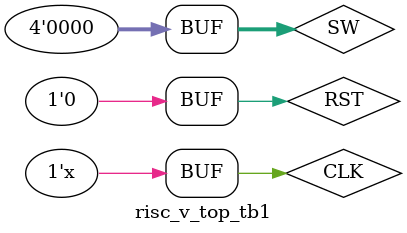
<source format=v>
module risc_v_top_tb1();

// 上位変数
reg CLK;
reg RST;
reg  [3:0] SW;
wire [6:0] HEX0;
wire [31:0] PC;
wire [31:0] INST_DATA;
wire [31:0] REGISTER_READ_DATA1;
wire [31:0] REGISTER_READ_DATA2;
wire [31:0] IMM_EXTR;
wire [31:0] ALU_RES;
wire [31:0] DATA_READ_DATA;
wire REG_WRITE;
wire IMM_SRC;
wire MEM_WRITE;
wire [6:0] OPECODE;
wire [4:0] REGISTER_ADDRESS1;
wire [4:0] REGISTER_ADDRESS2;
wire [4:0] REGISTER_ADDRESS3;

RISC_V_UNDER_TOP risc_v_under_top_unit(
 .CLK(CLK),
 .RST(RST),
 .SW(SW),
 .HEX0(HEX0),
 .PC(PC),
 .INST_DATA(INST_DATA),
 .REGISTER_READ_DATA1(REGISTER_READ_DATA1),
 .REGISTER_READ_DATA2(REGISTER_READ_DATA2),
 .IMM_EXTR(IMM_EXTR),
 .ALU_RES(ALU_RES),
 .DATA_READ_DATA(DATA_READ_DATA),
 .REG_WRITE(REG_WRITE),
 .IMM_SRC(IMM_SRC),
 .MEM_WRITE(MEM_WRITE),
 .OPECODE(OPECODE),
 .REGISTER_ADDRESS1(REGISTER_ADDRESS1),
 .REGISTER_ADDRESS2(REGISTER_ADDRESS2),
 .REGISTER_ADDRESS3(REGISTER_ADDRESS3)
);

initial SW= 0;

initial begin
    RST = 1;
# 7500 RST = 0;
end

initial begin 
    CLK = 0;
end
always #5000
    CLK <= ~CLK;

endmodule
</source>
